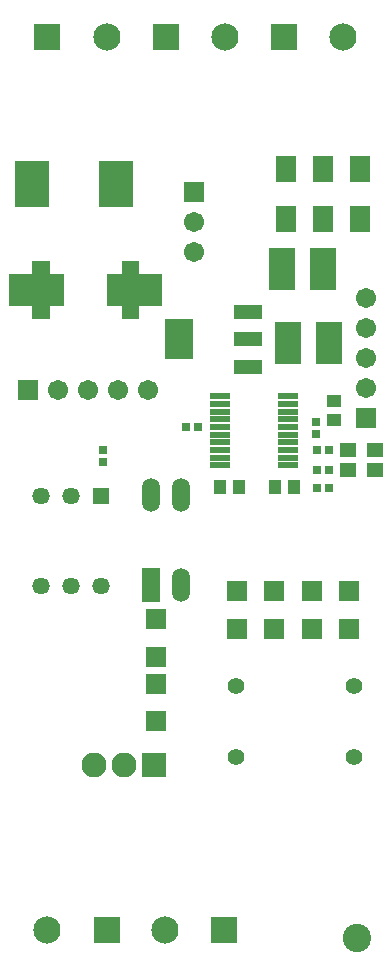
<source format=gts>
G04*
G04 #@! TF.GenerationSoftware,Altium Limited,Altium Designer,20.0.13 (296)*
G04*
G04 Layer_Color=8388736*
%FSLAX44Y44*%
%MOMM*%
G71*
G01*
G75*
%ADD28R,1.7032X2.3232*%
%ADD29R,0.8032X0.7032*%
%ADD30R,1.2032X1.0032*%
%ADD31R,0.7032X0.8032*%
%ADD32R,2.9972X4.0132*%
%ADD33R,2.2700X3.6200*%
%ADD34R,2.3532X1.1532*%
%ADD35R,2.3532X3.4532*%
%ADD36R,1.7632X0.6132*%
%ADD37R,1.8032X1.8032*%
%ADD38R,1.0032X1.2032*%
%ADD39R,1.3700X1.2200*%
%ADD40C,2.4032*%
%ADD41R,1.4632X1.4632*%
%ADD42C,1.4632*%
%ADD43O,1.5240X2.8448*%
%ADD44R,1.5240X2.8448*%
%ADD45R,1.7032X1.7032*%
%ADD46C,1.7032*%
%ADD47R,1.7112X1.7112*%
%ADD48C,1.7112*%
%ADD49R,1.7032X1.7032*%
%ADD50C,2.1132*%
%ADD51R,2.1132X2.1132*%
%ADD52C,1.4032*%
%ADD53R,2.3032X2.3032*%
%ADD54C,2.3032*%
G36*
X23750Y584500D02*
X4750D01*
Y611500D01*
X23750D01*
Y622500D01*
X38750D01*
Y611500D01*
X50750D01*
Y584500D01*
X38750D01*
Y573500D01*
X23750D01*
Y584500D01*
D02*
G37*
G36*
X99750D02*
X87750D01*
Y611500D01*
X99750D01*
Y622500D01*
X114750D01*
Y611500D01*
X133750D01*
Y584500D01*
X114750D01*
Y573500D01*
X99750D01*
Y584500D01*
D02*
G37*
D28*
X301500Y658350D02*
D03*
Y700650D02*
D03*
X270250Y658350D02*
D03*
Y700650D02*
D03*
X238776Y658350D02*
D03*
Y700650D02*
D03*
D29*
X264250Y476000D02*
D03*
Y486000D02*
D03*
X84000Y462750D02*
D03*
Y452750D02*
D03*
D30*
X279750Y504000D02*
D03*
Y488000D02*
D03*
D31*
X164062Y482313D02*
D03*
X154062D02*
D03*
X275500Y430250D02*
D03*
X265500D02*
D03*
X275250Y462500D02*
D03*
X265250D02*
D03*
X275500Y446000D02*
D03*
X265500D02*
D03*
D32*
X24065Y688000D02*
D03*
X95435D02*
D03*
D33*
X235250Y615750D02*
D03*
X270250D02*
D03*
X275500Y553000D02*
D03*
X240500D02*
D03*
D34*
X206750Y533250D02*
D03*
Y556250D02*
D03*
Y579250D02*
D03*
D35*
X148750Y556250D02*
D03*
D36*
X240550Y449500D02*
D03*
Y456000D02*
D03*
Y462500D02*
D03*
Y469000D02*
D03*
Y475500D02*
D03*
Y482000D02*
D03*
Y488500D02*
D03*
Y495000D02*
D03*
Y501500D02*
D03*
Y508000D02*
D03*
X182950D02*
D03*
Y501500D02*
D03*
Y495000D02*
D03*
Y488500D02*
D03*
Y482000D02*
D03*
Y475500D02*
D03*
Y469000D02*
D03*
Y462500D02*
D03*
Y456000D02*
D03*
Y449500D02*
D03*
D37*
X292500Y343000D02*
D03*
Y311000D02*
D03*
X260833D02*
D03*
Y343000D02*
D03*
X229167D02*
D03*
Y311000D02*
D03*
X197500D02*
D03*
Y343000D02*
D03*
X129000Y287250D02*
D03*
Y319250D02*
D03*
Y232750D02*
D03*
Y264750D02*
D03*
D38*
X245500Y431250D02*
D03*
X229500D02*
D03*
X183500D02*
D03*
X199500D02*
D03*
D39*
X291250Y446000D02*
D03*
X314250D02*
D03*
X291500Y462250D02*
D03*
X314500D02*
D03*
D40*
X299500Y49750D02*
D03*
D41*
X82400Y423600D02*
D03*
D42*
X57000D02*
D03*
X31600D02*
D03*
Y347400D02*
D03*
X57000D02*
D03*
X82400D02*
D03*
D43*
X124550Y424600D02*
D03*
X149950D02*
D03*
Y348400D02*
D03*
D44*
X124550D02*
D03*
D45*
X20600Y513750D02*
D03*
D46*
X46000D02*
D03*
X71400D02*
D03*
X96800D02*
D03*
X122200D02*
D03*
X306500Y515200D02*
D03*
Y540600D02*
D03*
Y566000D02*
D03*
Y591400D02*
D03*
D47*
X160750Y680650D02*
D03*
D48*
Y655250D02*
D03*
Y629850D02*
D03*
D49*
X306500Y489800D02*
D03*
D50*
X76200Y196000D02*
D03*
X101600D02*
D03*
D51*
X127000D02*
D03*
D52*
X196500Y203000D02*
D03*
X296500D02*
D03*
Y263000D02*
D03*
X196500D02*
D03*
D53*
X137000Y812500D02*
D03*
X237000D02*
D03*
X87000Y56500D02*
D03*
X186750D02*
D03*
X37000Y812500D02*
D03*
D54*
X187000D02*
D03*
X287000D02*
D03*
X37000Y56500D02*
D03*
X136750D02*
D03*
X87000Y812500D02*
D03*
M02*

</source>
